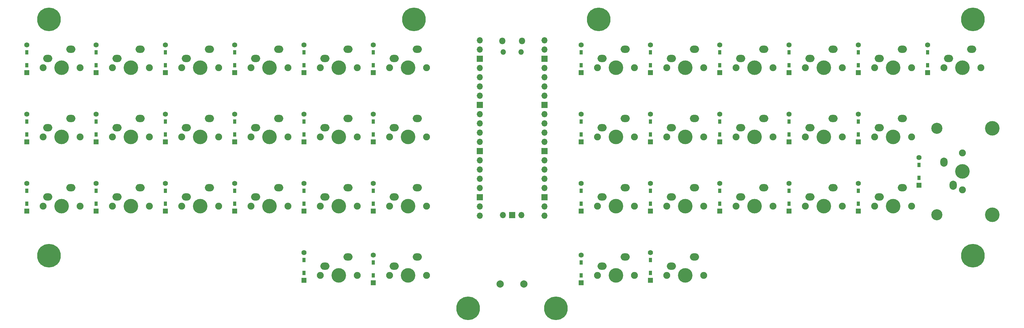
<source format=gbr>
G04 #@! TF.GenerationSoftware,KiCad,Pcbnew,7.0.10*
G04 #@! TF.CreationDate,2024-03-22T12:38:25+09:00*
G04 #@! TF.ProjectId,first_keyboard,66697273-745f-46b6-9579-626f6172642e,rev?*
G04 #@! TF.SameCoordinates,Original*
G04 #@! TF.FileFunction,Soldermask,Bot*
G04 #@! TF.FilePolarity,Negative*
%FSLAX46Y46*%
G04 Gerber Fmt 4.6, Leading zero omitted, Abs format (unit mm)*
G04 Created by KiCad (PCBNEW 7.0.10) date 2024-03-22 12:38:25*
%MOMM*%
%LPD*%
G01*
G04 APERTURE LIST*
%ADD10R,1.397000X1.397000*%
%ADD11R,0.950000X1.300000*%
%ADD12C,1.397000*%
%ADD13C,1.900000*%
%ADD14C,4.000000*%
%ADD15O,2.500000X2.000000*%
%ADD16C,6.500000*%
%ADD17O,1.800000X1.800000*%
%ADD18O,1.500000X1.500000*%
%ADD19O,1.700000X1.700000*%
%ADD20R,1.700000X1.700000*%
%ADD21C,3.050000*%
%ADD22O,2.000000X2.500000*%
%ADD23C,2.000000*%
G04 APERTURE END LIST*
D10*
X204787500Y-46672500D03*
D11*
X204787500Y-44637500D03*
X204787500Y-41087500D03*
D12*
X204787500Y-39052500D03*
D13*
X209232500Y-83343700D03*
D14*
X214312500Y-83343700D03*
D13*
X219392500Y-83343700D03*
D15*
X210502500Y-80803700D03*
X216852500Y-78263700D03*
D10*
X109537500Y-104428700D03*
D11*
X109537500Y-102393700D03*
X109537500Y-98843700D03*
D12*
X109537500Y-96808700D03*
D10*
X185737500Y-103822500D03*
D11*
X185737500Y-101787500D03*
X185737500Y-98237500D03*
D12*
X185737500Y-96202500D03*
D10*
X14287500Y-84772500D03*
D11*
X14287500Y-82737500D03*
X14287500Y-79187500D03*
D12*
X14287500Y-77152500D03*
D13*
X56832500Y-45243700D03*
D14*
X61912500Y-45243700D03*
D13*
X66992500Y-45243700D03*
D15*
X58102500Y-42703700D03*
X64452500Y-40163700D03*
D13*
X37782500Y-64293700D03*
D14*
X42862500Y-64293700D03*
D13*
X47942500Y-64293700D03*
D15*
X39052500Y-61753700D03*
X45402500Y-59213700D03*
D16*
X274320000Y-32004000D03*
D17*
X144956300Y-37912500D03*
D18*
X145256300Y-40942500D03*
X150106300Y-40942500D03*
D17*
X150406300Y-37912500D03*
D19*
X138791300Y-37782500D03*
X138791300Y-40322500D03*
D20*
X138791300Y-42862500D03*
D19*
X138791300Y-45402500D03*
X138791300Y-47942500D03*
X138791300Y-50482500D03*
X138791300Y-53022500D03*
D20*
X138791300Y-55562500D03*
D19*
X138791300Y-58102500D03*
X138791300Y-60642500D03*
X138791300Y-63182500D03*
X138791300Y-65722500D03*
D20*
X138791300Y-68262500D03*
D19*
X138791300Y-70802500D03*
X138791300Y-73342500D03*
X138791300Y-75882500D03*
X138791300Y-78422500D03*
D20*
X138791300Y-80962500D03*
D19*
X138791300Y-83502500D03*
X138791300Y-86042500D03*
X156571300Y-86042500D03*
X156571300Y-83502500D03*
D20*
X156571300Y-80962500D03*
D19*
X156571300Y-78422500D03*
X156571300Y-75882500D03*
X156571300Y-73342500D03*
X156571300Y-70802500D03*
D20*
X156571300Y-68262500D03*
D19*
X156571300Y-65722500D03*
X156571300Y-63182500D03*
X156571300Y-60642500D03*
X156571300Y-58102500D03*
D20*
X156571300Y-55562500D03*
D19*
X156571300Y-53022500D03*
X156571300Y-50482500D03*
X156571300Y-47942500D03*
X156571300Y-45402500D03*
D20*
X156571300Y-42862500D03*
D19*
X156571300Y-40322500D03*
X156571300Y-37782500D03*
X145141300Y-85812500D03*
D20*
X147681300Y-85812500D03*
D19*
X150221300Y-85812500D03*
D13*
X18732500Y-45243700D03*
D14*
X23812500Y-45243700D03*
D13*
X28892500Y-45243700D03*
D15*
X20002500Y-42703700D03*
X26352500Y-40163700D03*
D10*
X185737500Y-46672500D03*
D11*
X185737500Y-44637500D03*
X185737500Y-41087500D03*
D12*
X185737500Y-39052500D03*
D13*
X209232500Y-45243700D03*
D14*
X214312500Y-45243700D03*
D13*
X219392500Y-45243700D03*
D15*
X210502500Y-42703700D03*
X216852500Y-40163700D03*
D13*
X209232500Y-64293700D03*
D14*
X214312500Y-64293700D03*
D13*
X219392500Y-64293700D03*
D15*
X210502500Y-61753700D03*
X216852500Y-59213700D03*
D10*
X71437500Y-84772500D03*
D11*
X71437500Y-82737500D03*
X71437500Y-79187500D03*
D12*
X71437500Y-77152500D03*
D13*
X190182500Y-45243700D03*
D14*
X195262500Y-45243700D03*
D13*
X200342500Y-45243700D03*
D15*
X191452500Y-42703700D03*
X197802500Y-40163700D03*
D13*
X190182500Y-102393700D03*
D14*
X195262500Y-102393700D03*
D13*
X200342500Y-102393700D03*
D15*
X191452500Y-99853700D03*
X197802500Y-97313700D03*
D10*
X109537500Y-65722500D03*
D11*
X109537500Y-63687500D03*
X109537500Y-60137500D03*
D12*
X109537500Y-58102500D03*
D10*
X242887500Y-46672500D03*
D11*
X242887500Y-44637500D03*
X242887500Y-41087500D03*
D12*
X242887500Y-39052500D03*
D10*
X109537500Y-84772500D03*
D11*
X109537500Y-82737500D03*
X109537500Y-79187500D03*
D12*
X109537500Y-77152500D03*
D10*
X14287500Y-46672500D03*
D11*
X14287500Y-44637500D03*
X14287500Y-41087500D03*
D12*
X14287500Y-39052500D03*
D13*
X171132500Y-83343700D03*
D14*
X176212500Y-83343700D03*
D13*
X181292500Y-83343700D03*
D15*
X172402500Y-80803700D03*
X178752500Y-78263700D03*
D13*
X18732500Y-64293700D03*
D14*
X23812500Y-64293700D03*
D13*
X28892500Y-64293700D03*
D15*
X20002500Y-61753700D03*
X26352500Y-59213700D03*
D10*
X223837500Y-84772500D03*
D11*
X223837500Y-82737500D03*
X223837500Y-79187500D03*
D12*
X223837500Y-77152500D03*
D13*
X113982500Y-45243700D03*
D14*
X119062500Y-45243700D03*
D13*
X124142500Y-45243700D03*
D15*
X115252500Y-42703700D03*
X121602500Y-40163700D03*
D13*
X113982500Y-64293700D03*
D14*
X119062500Y-64293700D03*
D13*
X124142500Y-64293700D03*
D15*
X115252500Y-61753700D03*
X121602500Y-59213700D03*
D16*
X159746300Y-111506000D03*
D13*
X266382500Y-45243700D03*
D14*
X271462500Y-45243700D03*
D13*
X276542500Y-45243700D03*
D15*
X267652500Y-42703700D03*
X274002500Y-40163700D03*
D13*
X94932500Y-45243700D03*
D14*
X100012500Y-45243700D03*
D13*
X105092500Y-45243700D03*
D15*
X96202500Y-42703700D03*
X102552500Y-40163700D03*
D10*
X71437500Y-65722500D03*
D11*
X71437500Y-63687500D03*
X71437500Y-60137500D03*
D12*
X71437500Y-58102500D03*
D10*
X242887500Y-84772500D03*
D11*
X242887500Y-82737500D03*
X242887500Y-79187500D03*
D12*
X242887500Y-77152500D03*
D10*
X109537500Y-46672500D03*
D11*
X109537500Y-44637500D03*
X109537500Y-41087500D03*
D12*
X109537500Y-39052500D03*
D13*
X37782500Y-83343700D03*
D14*
X42862500Y-83343700D03*
D13*
X47942500Y-83343700D03*
D15*
X39052500Y-80803700D03*
X45402500Y-78263700D03*
D21*
X264462500Y-85718700D03*
D14*
X279702500Y-85718700D03*
D13*
X271462500Y-78898700D03*
D14*
X271462500Y-73818700D03*
D13*
X271462500Y-68738700D03*
D21*
X264462500Y-61918700D03*
D14*
X279702500Y-61918700D03*
D22*
X268922500Y-77628700D03*
X266382500Y-71278700D03*
D10*
X90487500Y-46672500D03*
D11*
X90487500Y-44637500D03*
X90487500Y-41087500D03*
D12*
X90487500Y-39052500D03*
D10*
X33337500Y-84772500D03*
D11*
X33337500Y-82737500D03*
X33337500Y-79187500D03*
D12*
X33337500Y-77152500D03*
D10*
X90487500Y-84772500D03*
D11*
X90487500Y-82737500D03*
X90487500Y-79187500D03*
D12*
X90487500Y-77152500D03*
D13*
X190182500Y-83343700D03*
D14*
X195262500Y-83343700D03*
D13*
X200342500Y-83343700D03*
D15*
X191452500Y-80803700D03*
X197802500Y-78263700D03*
D13*
X56832500Y-64293700D03*
D14*
X61912500Y-64293700D03*
D13*
X66992500Y-64293700D03*
D15*
X58102500Y-61753700D03*
X64452500Y-59213700D03*
D16*
X274320000Y-97028000D03*
D13*
X75882500Y-83343700D03*
D14*
X80962500Y-83343700D03*
D13*
X86042500Y-83343700D03*
D15*
X77152500Y-80803700D03*
X83502500Y-78263700D03*
D13*
X171132500Y-102393700D03*
D14*
X176212500Y-102393700D03*
D13*
X181292500Y-102393700D03*
D15*
X172402500Y-99853700D03*
X178752500Y-97313700D03*
D10*
X223837500Y-46672500D03*
D11*
X223837500Y-44637500D03*
X223837500Y-41087500D03*
D12*
X223837500Y-39052500D03*
D13*
X247332500Y-83343700D03*
D14*
X252412500Y-83343700D03*
D13*
X257492500Y-83343700D03*
D15*
X248602500Y-80803700D03*
X254952500Y-78263700D03*
D13*
X247332500Y-64293700D03*
D14*
X252412500Y-64293700D03*
D13*
X257492500Y-64293700D03*
D15*
X248602500Y-61753700D03*
X254952500Y-59213700D03*
D16*
X135616300Y-111506000D03*
D10*
X166687500Y-104428700D03*
D11*
X166687500Y-102393700D03*
X166687500Y-98843700D03*
D12*
X166687500Y-96808700D03*
D10*
X242887500Y-65722500D03*
D11*
X242887500Y-63687500D03*
X242887500Y-60137500D03*
D12*
X242887500Y-58102500D03*
D10*
X33337500Y-65722500D03*
D11*
X33337500Y-63687500D03*
X33337500Y-60137500D03*
D12*
X33337500Y-58102500D03*
D13*
X94932500Y-83343700D03*
D14*
X100012500Y-83343700D03*
D13*
X105092500Y-83343700D03*
D15*
X96202500Y-80803700D03*
X102552500Y-78263700D03*
D16*
X120650000Y-32004000D03*
D10*
X204787500Y-84772500D03*
D11*
X204787500Y-82737500D03*
X204787500Y-79187500D03*
D12*
X204787500Y-77152500D03*
D10*
X90487500Y-65722500D03*
D11*
X90487500Y-63687500D03*
X90487500Y-60137500D03*
D12*
X90487500Y-58102500D03*
D10*
X52387500Y-65722500D03*
D11*
X52387500Y-63687500D03*
X52387500Y-60137500D03*
D12*
X52387500Y-58102500D03*
D10*
X166687500Y-65722500D03*
D11*
X166687500Y-63687500D03*
X166687500Y-60137500D03*
D12*
X166687500Y-58102500D03*
D16*
X171450000Y-32004000D03*
D13*
X94932500Y-102393700D03*
D14*
X100012500Y-102393700D03*
D13*
X105092500Y-102393700D03*
D15*
X96202500Y-99853700D03*
X102552500Y-97313700D03*
D10*
X259556300Y-77628700D03*
D11*
X259556300Y-75593700D03*
X259556300Y-72043700D03*
D12*
X259556300Y-70008700D03*
D10*
X223837500Y-65722500D03*
D11*
X223837500Y-63687500D03*
X223837500Y-60137500D03*
D12*
X223837500Y-58102500D03*
D10*
X90487500Y-103822500D03*
D11*
X90487500Y-101787500D03*
X90487500Y-98237500D03*
D12*
X90487500Y-96202500D03*
D13*
X247332500Y-45243700D03*
D14*
X252412500Y-45243700D03*
D13*
X257492500Y-45243700D03*
D15*
X248602500Y-42703700D03*
X254952500Y-40163700D03*
D10*
X185737500Y-84772500D03*
D11*
X185737500Y-82737500D03*
X185737500Y-79187500D03*
D12*
X185737500Y-77152500D03*
D13*
X113982500Y-83343700D03*
D14*
X119062500Y-83343700D03*
D13*
X124142500Y-83343700D03*
D15*
X115252500Y-80803700D03*
X121602500Y-78263700D03*
D13*
X56832500Y-83343700D03*
D14*
X61912500Y-83343700D03*
D13*
X66992500Y-83343700D03*
D15*
X58102500Y-80803700D03*
X64452500Y-78263700D03*
D13*
X171132500Y-45243700D03*
D14*
X176212500Y-45243700D03*
D13*
X181292500Y-45243700D03*
D15*
X172402500Y-42703700D03*
X178752500Y-40163700D03*
D10*
X166687500Y-84772500D03*
D11*
X166687500Y-82737500D03*
X166687500Y-79187500D03*
D12*
X166687500Y-77152500D03*
D13*
X18732500Y-83343700D03*
D14*
X23812500Y-83343700D03*
D13*
X28892500Y-83343700D03*
D15*
X20002500Y-80803700D03*
X26352500Y-78263700D03*
D13*
X171132500Y-64293700D03*
D14*
X176212500Y-64293700D03*
D13*
X181292500Y-64293700D03*
D15*
X172402500Y-61753700D03*
X178752500Y-59213700D03*
D16*
X20320000Y-97028000D03*
D10*
X166687500Y-46672500D03*
D11*
X166687500Y-44637500D03*
X166687500Y-41087500D03*
D12*
X166687500Y-39052500D03*
D23*
X144387500Y-104775000D03*
X150887500Y-104775000D03*
D10*
X261937500Y-46672500D03*
D11*
X261937500Y-44637500D03*
X261937500Y-41087500D03*
D12*
X261937500Y-39052500D03*
D10*
X204787500Y-65722500D03*
D11*
X204787500Y-63687500D03*
X204787500Y-60137500D03*
D12*
X204787500Y-58102500D03*
D13*
X94932500Y-64293700D03*
D14*
X100012500Y-64293700D03*
D13*
X105092500Y-64293700D03*
D15*
X96202500Y-61753700D03*
X102552500Y-59213700D03*
D13*
X37782500Y-45243700D03*
D14*
X42862500Y-45243700D03*
D13*
X47942500Y-45243700D03*
D15*
X39052500Y-42703700D03*
X45402500Y-40163700D03*
D10*
X185737500Y-65722500D03*
D11*
X185737500Y-63687500D03*
X185737500Y-60137500D03*
D12*
X185737500Y-58102500D03*
D13*
X75882500Y-64293700D03*
D14*
X80962500Y-64293700D03*
D13*
X86042500Y-64293700D03*
D15*
X77152500Y-61753700D03*
X83502500Y-59213700D03*
D13*
X228282500Y-83343700D03*
D14*
X233362500Y-83343700D03*
D13*
X238442500Y-83343700D03*
D15*
X229552500Y-80803700D03*
X235902500Y-78263700D03*
D13*
X228282500Y-45243700D03*
D14*
X233362500Y-45243700D03*
D13*
X238442500Y-45243700D03*
D15*
X229552500Y-42703700D03*
X235902500Y-40163700D03*
D16*
X20320000Y-32004000D03*
D10*
X52387500Y-84772500D03*
D11*
X52387500Y-82737500D03*
X52387500Y-79187500D03*
D12*
X52387500Y-77152500D03*
D10*
X52387500Y-46672500D03*
D11*
X52387500Y-44637500D03*
X52387500Y-41087500D03*
D12*
X52387500Y-39052500D03*
D13*
X75882500Y-45243700D03*
D14*
X80962500Y-45243700D03*
D13*
X86042500Y-45243700D03*
D15*
X77152500Y-42703700D03*
X83502500Y-40163700D03*
D10*
X14287500Y-65722500D03*
D11*
X14287500Y-63687500D03*
X14287500Y-60137500D03*
D12*
X14287500Y-58102500D03*
D10*
X71437500Y-46672500D03*
D11*
X71437500Y-44637500D03*
X71437500Y-41087500D03*
D12*
X71437500Y-39052500D03*
D13*
X228282500Y-64293700D03*
D14*
X233362500Y-64293700D03*
D13*
X238442500Y-64293700D03*
D15*
X229552500Y-61753700D03*
X235902500Y-59213700D03*
D13*
X113982500Y-102393700D03*
D14*
X119062500Y-102393700D03*
D13*
X124142500Y-102393700D03*
D15*
X115252500Y-99853700D03*
X121602500Y-97313700D03*
D10*
X33337500Y-46672500D03*
D11*
X33337500Y-44637500D03*
X33337500Y-41087500D03*
D12*
X33337500Y-39052500D03*
D13*
X190182500Y-64293700D03*
D14*
X195262500Y-64293700D03*
D13*
X200342500Y-64293700D03*
D15*
X191452500Y-61753700D03*
X197802500Y-59213700D03*
M02*

</source>
